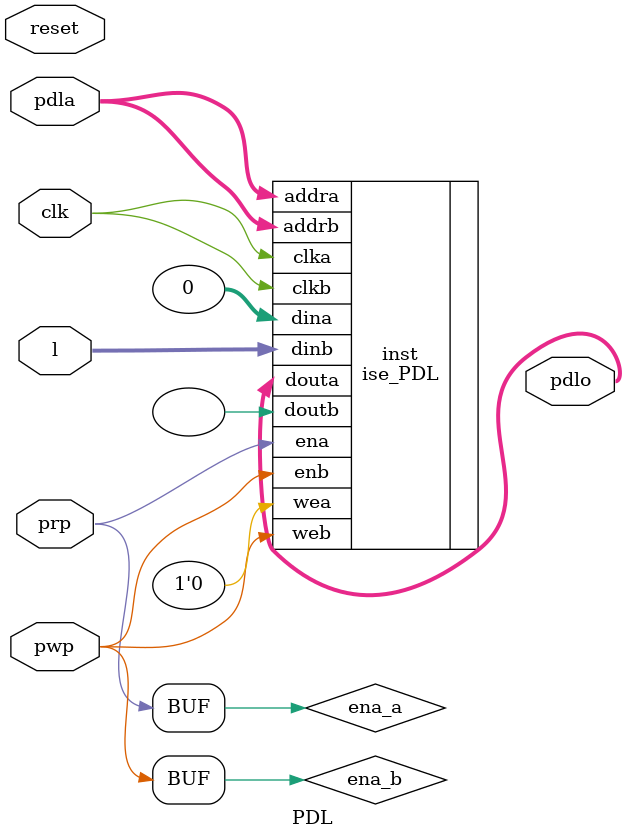
<source format=v>

`timescale 1ns/1ps
`default_nettype none

module PDL(/*AUTOARG*/
   // Outputs
   pdlo,
   // Inputs
   clk, reset, l, pdla, prp, pwp
   );

   input clk;
   input reset;

   input [31:0] l;
   input [9:0] pdla;
   input prp;
   input pwp;
   output [31:0] pdlo;

   ////////////////////////////////////////////////////////////////////////////////

   localparam ADDR_WIDTH = 10;
   localparam DATA_WIDTH = 32;
   localparam MEM_DEPTH = 1024;

   ////////////////////////////////////////////////////////////////////////////////

`ifdef SIMULATION
   reg [31:0] ram [0:1023];
   reg [31:0] out_a;
   reg [31:0] out_b;

   assign pdlo = out_a;

   always @(posedge clk)
     if (1'b0) begin
	ram[pdla] <= 32'b0;
     end else if (pwp) begin
	ram[pdla] <= l;
     end

   always @(posedge clk)
     if (reset)
       out_a <= 0;
     else if (prp) begin
	out_a <= ram[pdla];
     end

   always @(posedge clk)
     if (reset)
       out_b <= 0;
     else if (1'b0) begin
	out_b <= ram[pdla];
     end
`else
   wire ena_a = prp | 1'b0;
   wire ena_b = 1'b0 | pwp;

   ise_PDL inst
     (
      .clka(clk),
      .ena(ena_a),
      .wea(1'b0),
      .addra(pdla),
      .dina(32'b0),
      .douta(pdlo),
      .clkb(clk),
      .enb(ena_b),
      .web(pwp),
      .addrb(pdla),
      .dinb(l),
      .doutb()
      /*AUTOINST*/);
`endif

endmodule

`default_nettype wire

// Local Variables:
// verilog-library-directories: (".." "../cores/xilinx")
// End:

</source>
